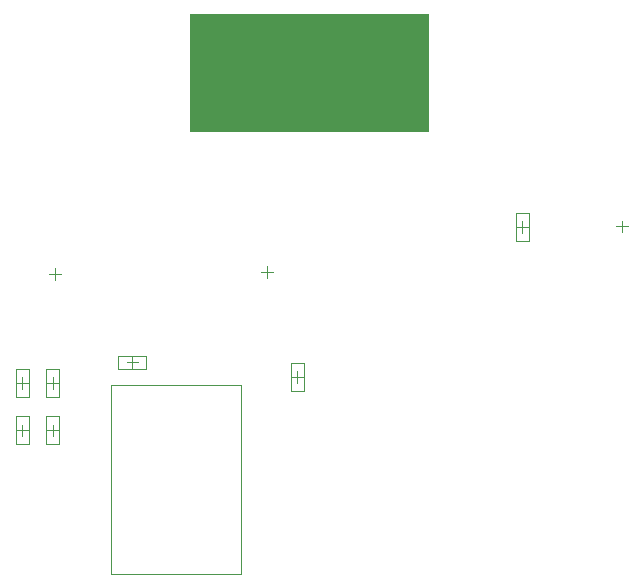
<source format=gbr>
G04 Layer_Color=32768*
%FSLAX45Y45*%
%MOMM*%
%TF.FileFunction,Other,Mechanical_15*%
%TF.Part,Single*%
G01*
G75*
%TA.AperFunction,NonConductor*%
%ADD49C,0.10000*%
%ADD50C,0.05000*%
G36*
X5686000Y5249502D02*
X3662990D01*
Y6250000D01*
X5686000D01*
Y5249502D01*
D02*
G37*
D49*
X2456500Y2724998D02*
X2551501D01*
X2503998Y2677500D02*
Y2772501D01*
X2558999Y2604999D02*
Y2844998D01*
X2449002Y2604999D02*
Y2844998D01*
X2558999D01*
X2449002Y2604999D02*
X2558999D01*
X2198502Y3125003D02*
X2293498D01*
X2246000Y3077500D02*
Y3172501D01*
X2301001Y3005003D02*
Y3245002D01*
X2190999Y3005003D02*
Y3245002D01*
X2301001D01*
X2190999Y3005003D02*
X2301001D01*
X2198502Y2724998D02*
X2293498D01*
X2246000Y2677500D02*
Y2772501D01*
X2301001Y2604999D02*
Y2844998D01*
X2190999Y2604999D02*
Y2844998D01*
X2301001D01*
X2190999Y2604999D02*
X2301001D01*
X2456500Y3125003D02*
X2551501D01*
X2503998Y3077500D02*
Y3172501D01*
X2558999Y3005003D02*
Y3245002D01*
X2449002Y3005003D02*
Y3245002D01*
X2558999D01*
X2449002Y3005003D02*
X2558999D01*
X4318000Y4013998D02*
Y4113997D01*
X4267998Y4064000D02*
X4367997D01*
X4524502Y3175000D02*
X4619503D01*
X4572000Y3127502D02*
Y3222498D01*
X4517004Y3055000D02*
Y3295000D01*
X4627001Y3055000D02*
Y3295000D01*
X4517004Y3055000D02*
X4627001D01*
X4517004Y3295000D02*
X4627001D01*
X6429497Y4445000D02*
X6524498D01*
X6477000Y4397502D02*
Y4492503D01*
X6531996Y4325000D02*
Y4565000D01*
X6421999Y4325000D02*
Y4565000D01*
X6531996D01*
X6421999Y4325000D02*
X6531996D01*
X7275002Y4449999D02*
X7375002D01*
X7324999Y4400001D02*
Y4500001D01*
X3175000Y3254502D02*
Y3349498D01*
X3127502Y3302000D02*
X3222503D01*
X3055000Y3357001D02*
X3295000D01*
X3055000Y3246999D02*
X3295000D01*
X3055000D02*
Y3357001D01*
X3295000Y3246999D02*
Y3357001D01*
X2524999Y4000002D02*
Y4100002D01*
X2475001Y4050000D02*
X2575001D01*
D50*
X4100002Y1510000D02*
Y3110001D01*
X2999999D02*
X4100002D01*
X2999999Y1510000D02*
Y3110001D01*
Y1510000D02*
X4100002D01*
%TF.MD5,f5fc4d111a0ab16f129d57172e5ba3ff*%
M02*

</source>
